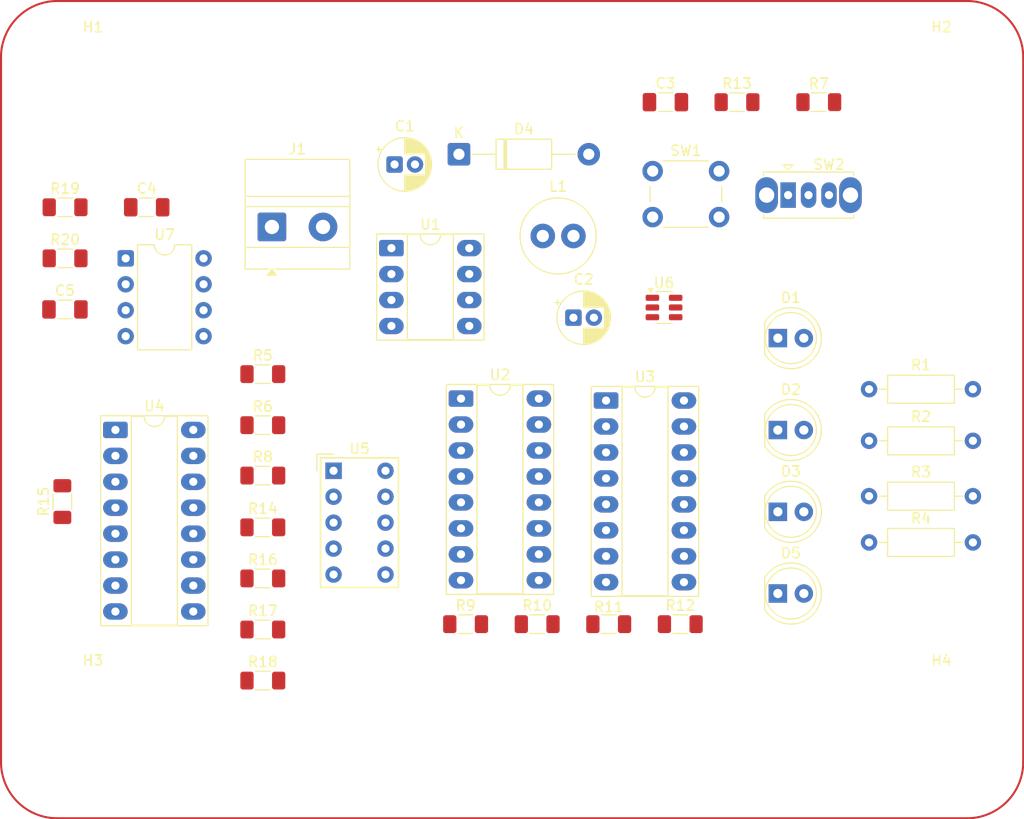
<source format=kicad_pcb>
(kicad_pcb (version 20241229) (generator "pcbnew") (generator_version "9.0")
  (layers (0 "F.Cu" signal) (2 "B.Cu" signal) (13 "F.Paste" user) (15 "B.Paste" user) (5 "F.SilkS" user "F.Silkscreen") (7 "B.SilkS" user "B.Silkscreen") (1 "F.Mask" user) (3 "B.Mask" user) (25 "Edge.Cuts" user))
  (net 0 "")
  (net 1 "GND")
  (net 2 "VD")
  (net 3 "+5V")
  (net 4 "Net-(SW2-C)")
  (net 5 "Net-(U7-THR)")
  (net 6 "Q0")
  (net 7 "Net-(D1-K)")
  (net 8 "Q1")
  (net 9 "Net-(D2-K)")
  (net 10 "Net-(D3-K)")
  (net 11 "Q2")
  (net 12 "Net-(D4-K)")
  (net 13 "Q3")
  (net 14 "Net-(D5-K)")
  (net 15 "Net-(U5-A)")
  (net 16 "Net-(U4-a)")
  (net 17 "Net-(U4-b)")
  (net 18 "Net-(U5-B)")
  (net 19 "Clock")
  (net 20 "Net-(U5-C)")
  (net 21 "Net-(U4-c)")
  (net 22 "Net-(U2A-J)")
  (net 23 "Net-(U2B-J)")
  (net 24 "Net-(U3A-J)")
  (net 25 "Net-(U3B-J)")
  (net 26 "Net-(R13-Pad1)")
  (net 27 "Net-(U5-D)")
  (net 28 "Net-(U4-d)")
  (net 29 "Net-(U4-BI)")
  (net 30 "Net-(U5-E)")
  (net 31 "Net-(U4-e)")
  (net 32 "Net-(U5-F)")
  (net 33 "Net-(U4-f)")
  (net 34 "Net-(U5-G)")
  (net 35 "Net-(U4-g)")
  (net 36 "Net-(U7-DIS)")
  (net 37 "555")
  (net 40 "Reset")
  (footprint "Package_DIP:DIP-16_W7.62mm_Socket_LongPads" (layer "F.Cu") (at 131.19 84.9825)
    (property "Reference" "U4" (at 3.81 -2.33 0) (layer "F.SilkS"))
    (property "Value" "74LS47")
    (pad "1" thru_hole roundrect (at 0 0) (size 2.4 1.6) (drill 0.8) (layers "*.Cu" "*.Mask") (roundrect_rratio 0.15625) (net 8 "Q1"))
    (pad "2" thru_hole oval (at 0 2.54) (size 2.4 1.6) (drill 0.8) (layers "*.Cu" "*.Mask") (net 11 "Q2"))
    (pad "3" thru_hole oval (at 0 5.08) (size 2.4 1.6) (drill 0.8) (layers "*.Cu" "*.Mask") (net 29 "Net-(U4-BI)"))
    (pad "4" thru_hole oval (at 0 7.62) (size 2.4 1.6) (drill 0.8) (layers "*.Cu" "*.Mask") (net 29 "Net-(U4-BI)"))
    (pad "5" thru_hole oval (at 0 10.16) (size 2.4 1.6) (drill 0.8) (layers "*.Cu" "*.Mask") (net 29 "Net-(U4-BI)"))
    (pad "6" thru_hole oval (at 0 12.7) (size 2.4 1.6) (drill 0.8) (layers "*.Cu" "*.Mask") (net 13 "Q3"))
    (pad "7" thru_hole oval (at 0 15.24) (size 2.4 1.6) (drill 0.8) (layers "*.Cu" "*.Mask") (net 6 "Q0"))
    (pad "8" thru_hole oval (at 0 17.78) (size 2.4 1.6) (drill 0.8) (layers "*.Cu" "*.Mask") (net 1 "GND"))
    (pad "9" thru_hole oval (at 7.62 17.78) (size 2.4 1.6) (drill 0.8) (layers "*.Cu" "*.Mask") (net 31 "Net-(U4-e)"))
    (pad "10" thru_hole oval (at 7.62 15.24) (size 2.4 1.6) (drill 0.8) (layers "*.Cu" "*.Mask") (net 28 "Net-(U4-d)"))
    (pad "11" thru_hole oval (at 7.62 12.7) (size 2.4 1.6) (drill 0.8) (layers "*.Cu" "*.Mask") (net 21 "Net-(U4-c)"))
    (pad "12" thru_hole oval (at 7.62 10.16) (size 2.4 1.6) (drill 0.8) (layers "*.Cu" "*.Mask") (net 17 "Net-(U4-b)"))
    (pad "13" thru_hole oval (at 7.62 7.62) (size 2.4 1.6) (drill 0.8) (layers "*.Cu" "*.Mask") (net 16 "Net-(U4-a)"))
    (pad "14" thru_hole oval (at 7.62 5.08) (size 2.4 1.6) (drill 0.8) (layers "*.Cu" "*.Mask") (net 35 "Net-(U4-g)"))
    (pad "15" thru_hole oval (at 7.62 2.54) (size 2.4 1.6) (drill 0.8) (layers "*.Cu" "*.Mask") (net 33 "Net-(U4-f)"))
    (pad "16" thru_hole oval (at 7.62 0) (size 2.4 1.6) (drill 0.8) (layers "*.Cu" "*.Mask") (net 3 "+5V"))
  )
  (footprint "Package_DIP:DIP-8_W7.62mm" (layer "F.Cu") (at 132.195 68.19)
    (property "Reference" "U7" (at 3.81 -2.33 0) (layer "F.SilkS"))
    (property "Value" "NE555P")
    (pad "1" thru_hole roundrect (at 0 0) (size 1.6 1.6) (drill 0.8) (layers "*.Cu" "*.Mask") (roundrect_rratio 0.15625) (net 1 "GND"))
    (pad "2" thru_hole circle (at 0 2.54) (size 1.6 1.6) (drill 0.8) (layers "*.Cu" "*.Mask") (net 5 "Net-(U7-THR)"))
    (pad "3" thru_hole circle (at 0 5.08) (size 1.6 1.6) (drill 0.8) (layers "*.Cu" "*.Mask") (net 37 "555"))
    (pad "4" thru_hole circle (at 0 7.62) (size 1.6 1.6) (drill 0.8) (layers "*.Cu" "*.Mask") (net 3 "+5V"))
    (pad "5" thru_hole circle (at 7.62 7.62) (size 1.6 1.6) (drill 0.8) (layers "*.Cu" "*.Mask"))
    (pad "6" thru_hole circle (at 7.62 5.08) (size 1.6 1.6) (drill 0.8) (layers "*.Cu" "*.Mask") (net 5 "Net-(U7-THR)"))
    (pad "7" thru_hole circle (at 7.62 2.54) (size 1.6 1.6) (drill 0.8) (layers "*.Cu" "*.Mask") (net 36 "Net-(U7-DIS)"))
    (pad "8" thru_hole circle (at 7.62 0) (size 1.6 1.6) (drill 0.8) (layers "*.Cu" "*.Mask") (net 3 "+5V"))
  )
  (footprint "Resistor_SMD:R_1206_3216Metric_Pad1.30x1.75mm_HandSolder" (layer "F.Cu") (at 165.45 104)
    (property "Reference" "R9" (at 0 -1.83 0) (layer "F.SilkS"))
    (property "Value" "10k")
    (pad "1" smd roundrect (at -1.55 0) (size 1.3 1.75) (layers "F.Cu" "F.Mask" "F.Paste") (roundrect_rratio 0.192308) (net 3 "+5V"))
    (pad "2" smd roundrect (at 1.55 0) (size 1.3 1.75) (layers "F.Cu" "F.Mask" "F.Paste") (roundrect_rratio 0.192308) (net 22 "Net-(U2A-J)"))
  )
  (footprint "LED_THT:LED_D5.0mm" (layer "F.Cu") (at 196 85)
    (property "Reference" "D2" (at 1.27 -3.96 0) (layer "F.SilkS"))
    (property "Value" "LED")
    (pad "1" thru_hole rect (at 0 0) (size 1.8 1.8) (drill 0.9) (layers "*.Cu" "*.Mask") (net 9 "Net-(D2-K)"))
    (pad "2" thru_hole circle (at 2.54 0) (size 1.8 1.8) (drill 0.9) (layers "*.Cu" "*.Mask") (net 8 "Q1"))
  )
  (footprint "Button_Switch_THT:SW_PUSH_6mm_H4.3mm" (layer "F.Cu") (at 183.75 59.65)
    (property "Reference" "SW1" (at 3.25 -2 0) (layer "F.SilkS"))
    (property "Value" "SW1")
    (pad "1" thru_hole circle (at 0 0 90) (size 2 2) (drill 1.1) (layers "*.Cu" "*.Mask") (net 1 "GND"))
    (pad "1" thru_hole circle (at 6.5 0 90) (size 2 2) (drill 1.1) (layers "*.Cu" "*.Mask") (net 1 "GND"))
    (pad "2" thru_hole circle (at 0 4.5 90) (size 2 2) (drill 1.1) (layers "*.Cu" "*.Mask") (net 26 "Net-(R13-Pad1)"))
    (pad "2" thru_hole circle (at 6.5 4.5 90) (size 2 2) (drill 1.1) (layers "*.Cu" "*.Mask") (net 26 "Net-(R13-Pad1)"))
  )
  (footprint "Inductor_THT:L_Radial_D7.2mm_P3.00mm_Murata_1700" (layer "F.Cu") (at 173 66)
    (property "Reference" "L1" (at 1.5 -4.85 0) (layer "F.SilkS"))
    (property "Value" "330u")
    (pad "1" thru_hole circle (at 0 0) (size 2.4 2.4) (drill 1.2) (layers "*.Cu" "*.Mask") (net 12 "Net-(D4-K)"))
    (pad "2" thru_hole circle (at 3 0) (size 2.4 2.4) (drill 1.2) (layers "*.Cu" "*.Mask") (net 3 "+5V"))
  )
  (footprint "MountingHole:MountingHole_5.5mm" (layer "F.Cu") (at 129 114)
    (property "Reference" "H3" (at 0 -6.45 0) (layer "F.SilkS"))
    (property "Value" "MountingHole")
    (pad "" np_thru_hole circle (at 0 0) (size 5.5 5.5) (drill 5.5) (layers "*.Cu" "*.Mask"))
  )
  (footprint "Package_DIP:DIP-16_W7.62mm_Socket_LongPads" (layer "F.Cu") (at 165 81.92)
    (property "Reference" "U2" (at 3.81 -2.33 0) (layer "F.SilkS"))
    (property "Value" "4027")
    (pad "1" thru_hole roundrect (at 0 0) (size 2.4 1.6) (drill 0.8) (layers "*.Cu" "*.Mask") (roundrect_rratio 0.15625) (net 6 "Q0"))
    (pad "2" thru_hole oval (at 0 2.54) (size 2.4 1.6) (drill 0.8) (layers "*.Cu" "*.Mask"))
    (pad "3" thru_hole oval (at 0 5.08) (size 2.4 1.6) (drill 0.8) (layers "*.Cu" "*.Mask") (net 19 "Clock"))
    (pad "4" thru_hole oval (at 0 7.62) (size 2.4 1.6) (drill 0.8) (layers "*.Cu" "*.Mask") (net 40 "Reset"))
    (pad "5" thru_hole oval (at 0 10.16) (size 2.4 1.6) (drill 0.8) (layers "*.Cu" "*.Mask") (net 22 "Net-(U2A-J)"))
    (pad "6" thru_hole oval (at 0 12.7) (size 2.4 1.6) (drill 0.8) (layers "*.Cu" "*.Mask") (net 22 "Net-(U2A-J)"))
    (pad "7" thru_hole oval (at 0 15.24) (size 2.4 1.6) (drill 0.8) (layers "*.Cu" "*.Mask") (net 1 "GND"))
    (pad "8" thru_hole oval (at 0 17.78) (size 2.4 1.6) (drill 0.8) (layers "*.Cu" "*.Mask") (net 1 "GND"))
    (pad "9" thru_hole oval (at 7.62 17.78) (size 2.4 1.6) (drill 0.8) (layers "*.Cu" "*.Mask") (net 1 "GND"))
    (pad "10" thru_hole oval (at 7.62 15.24) (size 2.4 1.6) (drill 0.8) (layers "*.Cu" "*.Mask") (net 23 "Net-(U2B-J)"))
    (pad "11" thru_hole oval (at 7.62 12.7) (size 2.4 1.6) (drill 0.8) (layers "*.Cu" "*.Mask") (net 23 "Net-(U2B-J)"))
    (pad "12" thru_hole oval (at 7.62 10.16) (size 2.4 1.6) (drill 0.8) (layers "*.Cu" "*.Mask") (net 40 "Reset"))
    (pad "13" thru_hole oval (at 7.62 7.62) (size 2.4 1.6) (drill 0.8) (layers "*.Cu" "*.Mask") (net 6 "Q0"))
    (pad "14" thru_hole oval (at 7.62 5.08) (size 2.4 1.6) (drill 0.8) (layers "*.Cu" "*.Mask"))
    (pad "15" thru_hole oval (at 7.62 2.54) (size 2.4 1.6) (drill 0.8) (layers "*.Cu" "*.Mask") (net 8 "Q1"))
    (pad "16" thru_hole oval (at 7.62 0) (size 2.4 1.6) (drill 0.8) (layers "*.Cu" "*.Mask") (net 3 "+5V"))
  )
  (footprint "Resistor_SMD:R_1206_3216Metric_Pad1.30x1.75mm_HandSolder" (layer "F.Cu") (at 126.265 68.19)
    (property "Reference" "R20" (at 0 -1.83 0) (layer "F.SilkS"))
    (property "Value" "47k")
    (pad "1" smd roundrect (at -1.55 0) (size 1.3 1.75) (layers "F.Cu" "F.Mask" "F.Paste") (roundrect_rratio 0.192308) (net 36 "Net-(U7-DIS)"))
    (pad "2" smd roundrect (at 1.55 0) (size 1.3 1.75) (layers "F.Cu" "F.Mask" "F.Paste") (roundrect_rratio 0.192308) (net 5 "Net-(U7-THR)"))
  )
  (footprint "Resistor_SMD:R_1206_3216Metric_Pad1.30x1.75mm_HandSolder" (layer "F.Cu") (at 145.6125 99.5225)
    (property "Reference" "R16" (at 0 -1.83 0) (layer "F.SilkS"))
    (property "Value" "2k")
    (pad "1" smd roundrect (at -1.55 0) (size 1.3 1.75) (layers "F.Cu" "F.Mask" "F.Paste") (roundrect_rratio 0.192308) (net 31 "Net-(U4-e)"))
    (pad "2" smd roundrect (at 1.55 0) (size 1.3 1.75) (layers "F.Cu" "F.Mask" "F.Paste") (roundrect_rratio 0.192308) (net 30 "Net-(U5-E)"))
  )
  (footprint "Resistor_THT:R_Axial_DIN0207_L6.3mm_D2.5mm_P10.16mm_Horizontal" (layer "F.Cu") (at 204.92 86.05)
    (property "Reference" "R2" (at 5.08 -2.37 0) (layer "F.SilkS"))
    (property "Value" "4k7")
    (pad "1" thru_hole circle (at 0 0) (size 1.6 1.6) (drill 0.8) (layers "*.Cu" "*.Mask") (net 9 "Net-(D2-K)"))
    (pad "2" thru_hole circle (at 10.16 0) (size 1.6 1.6) (drill 0.8) (layers "*.Cu" "*.Mask") (net 1 "GND"))
  )
  (footprint "Capacitor_THT:CP_Radial_D5.0mm_P2.00mm" (layer "F.Cu") (at 176 74)
    (property "Reference" "C2" (at 1 -3.75 0) (layer "F.SilkS"))
    (property "Value" "220u")
    (pad "1" thru_hole roundrect (at 0 0) (size 1.6 1.6) (drill 0.8) (layers "*.Cu" "*.Mask") (roundrect_rratio 0.15625) (net 3 "+5V"))
    (pad "2" thru_hole circle (at 2 0) (size 1.6 1.6) (drill 0.8) (layers "*.Cu" "*.Mask") (net 1 "GND"))
  )
  (footprint "Resistor_THT:R_Axial_DIN0207_L6.3mm_D2.5mm_P10.16mm_Horizontal" (layer "F.Cu") (at 204.92 81)
    (property "Reference" "R1" (at 5.08 -2.37 0) (layer "F.SilkS"))
    (property "Value" "4k7")
    (pad "1" thru_hole circle (at 0 0) (size 1.6 1.6) (drill 0.8) (layers "*.Cu" "*.Mask") (net 7 "Net-(D1-K)"))
    (pad "2" thru_hole circle (at 10.16 0) (size 1.6 1.6) (drill 0.8) (layers "*.Cu" "*.Mask") (net 1 "GND"))
  )
  (footprint "MountingHole:MountingHole_5.5mm" (layer "F.Cu") (at 129 52)
    (property "Reference" "H1" (at 0 -6.45 0) (layer "F.SilkS"))
    (property "Value" "MountingHole")
    (pad "" np_thru_hole circle (at 0 0) (size 5.5 5.5) (drill 5.5) (layers "*.Cu" "*.Mask"))
  )
  (footprint "Package_DIP:DIP-8_W7.62mm_Socket_LongPads" (layer "F.Cu") (at 158.19 67.19)
    (property "Reference" "U1" (at 3.81 -2.33 0) (layer "F.SilkS"))
    (property "Value" "LM2574N-5")
    (pad "1" thru_hole roundrect (at 0 0) (size 2.4 1.6) (drill 0.8) (layers "*.Cu" "*.Mask") (roundrect_rratio 0.15625) (net 3 "+5V"))
    (pad "2" thru_hole oval (at 0 2.54) (size 2.4 1.6) (drill 0.8) (layers "*.Cu" "*.Mask") (net 1 "GND"))
    (pad "3" thru_hole oval (at 0 5.08) (size 2.4 1.6) (drill 0.8) (layers "*.Cu" "*.Mask") (net 1 "GND"))
    (pad "4" thru_hole oval (at 0 7.62) (size 2.4 1.6) (drill 0.8) (layers "*.Cu" "*.Mask") (net 1 "GND"))
    (pad "5" thru_hole oval (at 7.62 7.62) (size 2.4 1.6) (drill 0.8) (layers "*.Cu" "*.Mask") (net 2 "VD"))
    (pad "6" thru_hole oval (at 7.62 5.08) (size 2.4 1.6) (drill 0.8) (layers "*.Cu" "*.Mask"))
    (pad "7" thru_hole oval (at 7.62 2.54) (size 2.4 1.6) (drill 0.8) (layers "*.Cu" "*.Mask") (net 12 "Net-(D4-K)"))
    (pad "8" thru_hole oval (at 7.62 0) (size 2.4 1.6) (drill 0.8) (layers "*.Cu" "*.Mask"))
  )
  (footprint "Capacitor_SMD:C_1206_3216Metric_Pad1.33x1.80mm_HandSolder" (layer "F.Cu") (at 126.2525 73.19)
    (property "Reference" "C5" (at 0 -1.85 0) (layer "F.SilkS"))
    (property "Value" "10u")
    (pad "1" smd roundrect (at -1.5625 0) (size 1.325 1.8) (layers "F.Cu" "F.Mask" "F.Paste") (roundrect_rratio 0.188679) (net 5 "Net-(U7-THR)"))
    (pad "2" smd roundrect (at 1.5625 0) (size 1.325 1.8) (layers "F.Cu" "F.Mask" "F.Paste") (roundrect_rratio 0.188679) (net 1 "GND"))
  )
  (footprint "LED_THT:LED_D5.0mm" (layer "F.Cu") (at 196 101)
    (property "Reference" "D5" (at 1.27 -3.96 0) (layer "F.SilkS"))
    (property "Value" "LED")
    (pad "1" thru_hole rect (at 0 0) (size 1.8 1.8) (drill 0.9) (layers "*.Cu" "*.Mask") (net 14 "Net-(D5-K)"))
    (pad "2" thru_hole circle (at 2.54 0) (size 1.8 1.8) (drill 0.9) (layers "*.Cu" "*.Mask") (net 13 "Q3"))
  )
  (footprint "Button_Switch_THT:SW_Slide_SPDT_Straight_CK_OS102011MS2Q" (layer "F.Cu") (at 197 62)
    (property "Reference" "SW2" (at 3.99 -2.99 0) (layer "F.SilkS"))
    (property "Value" "~")
    (pad "" thru_hole oval (at -2.1 0) (size 2.2 3.5) (drill 1.5) (layers "*.Cu" "*.Mask"))
    (pad "" thru_hole oval (at 6.1 0) (size 2.2 3.5) (drill 1.5) (layers "*.Cu" "*.Mask"))
    (pad "1" thru_hole rect (at 0 0) (size 1.5 2.5) (drill 0.8) (layers "*.Cu" "*.Mask") (net 19 "Clock"))
    (pad "2" thru_hole oval (at 2 0) (size 1.5 2.5) (drill 0.8) (layers "*.Cu" "*.Mask") (net 37 "555"))
    (pad "3" thru_hole oval (at 4 0) (size 1.5 2.5) (drill 0.8) (layers "*.Cu" "*.Mask") (net 4 "Net-(SW2-C)"))
  )
  (footprint "Resistor_SMD:R_1206_3216Metric_Pad1.30x1.75mm_HandSolder" (layer "F.Cu") (at 126 92 90)
    (property "Reference" "R15" (at 0 -1.83 90) (layer "F.SilkS"))
    (property "Value" "10k")
    (pad "1" smd roundrect (at -1.55 0 90) (size 1.3 1.75) (layers "F.Cu" "F.Mask" "F.Paste") (roundrect_rratio 0.192308) (net 3 "+5V"))
    (pad "2" smd roundrect (at 1.55 0 90) (size 1.3 1.75) (layers "F.Cu" "F.Mask" "F.Paste") (roundrect_rratio 0.192308) (net 29 "Net-(U4-BI)"))
  )
  (footprint "MountingHole:MountingHole_5.5mm" (layer "F.Cu") (at 212 114)
    (property "Reference" "H4" (at 0 -6.45 0) (layer "F.SilkS"))
    (property "Value" "MountingHole")
    (pad "" np_thru_hole circle (at 0 0) (size 5.5 5.5) (drill 5.5) (layers "*.Cu" "*.Mask"))
  )
  (footprint "MountingHole:MountingHole_5.5mm" (layer "F.Cu") (at 212 52)
    (property "Reference" "H2" (at 0 -6.45 0) (layer "F.SilkS"))
    (property "Value" "MountingHole")
    (pad "" np_thru_hole circle (at 0 0) (size 5.5 5.5) (drill 5.5) (layers "*.Cu" "*.Mask"))
  )
  (footprint "Resistor_SMD:R_1206_3216Metric_Pad1.30x1.75mm_HandSolder" (layer "F.Cu") (at 192 52.9)
    (property "Reference" "R13" (at 0 -1.83 0) (layer "F.SilkS"))
    (property "Value" "2k")
    (pad "1" smd roundrect (at -1.55 0) (size 1.3 1.75) (layers "F.Cu" "F.Mask" "F.Paste") (roundrect_rratio 0.192308) (net 26 "Net-(R13-Pad1)"))
    (pad "2" smd roundrect (at 1.55 0) (size 1.3 1.75) (layers "F.Cu" "F.Mask" "F.Paste") (roundrect_rratio 0.192308) (net 4 "Net-(SW2-C)"))
  )
  (footprint "LED_THT:LED_D5.0mm" (layer "F.Cu") (at 196 76)
    (property "Reference" "D1" (at 1.27 -3.96 0) (layer "F.SilkS"))
    (property "Value" "LED")
    (pad "1" thru_hole rect (at 0 0) (size 1.8 1.8) (drill 0.9) (layers "*.Cu" "*.Mask") (net 7 "Net-(D1-K)"))
    (pad "2" thru_hole circle (at 2.54 0) (size 1.8 1.8) (drill 0.9) (layers "*.Cu" "*.Mask") (net 6 "Q0"))
  )
  (footprint "Resistor_SMD:R_1206_3216Metric_Pad1.30x1.75mm_HandSolder" (layer "F.Cu") (at 145.6125 94.5225)
    (property "Reference" "R14" (at 0 -1.83 0) (layer "F.SilkS"))
    (property "Value" "2k")
    (pad "1" smd roundrect (at -1.55 0) (size 1.3 1.75) (layers "F.Cu" "F.Mask" "F.Paste") (roundrect_rratio 0.192308) (net 28 "Net-(U4-d)"))
    (pad "2" smd roundrect (at 1.55 0) (size 1.3 1.75) (layers "F.Cu" "F.Mask" "F.Paste") (roundrect_rratio 0.192308) (net 27 "Net-(U5-D)"))
  )
  (footprint "Resistor_THT:R_Axial_DIN0207_L6.3mm_D2.5mm_P10.16mm_Horizontal" (layer "F.Cu") (at 204.92 96)
    (property "Reference" "R4" (at 5.08 -2.37 0) (layer "F.SilkS"))
    (property "Value" "4k7")
    (pad "1" thru_hole circle (at 0 0) (size 1.6 1.6) (drill 0.8) (layers "*.Cu" "*.Mask") (net 14 "Net-(D5-K)"))
    (pad "2" thru_hole circle (at 10.16 0) (size 1.6 1.6) (drill 0.8) (layers "*.Cu" "*.Mask") (net 1 "GND"))
  )
  (footprint "Resistor_SMD:R_1206_3216Metric_Pad1.30x1.75mm_HandSolder" (layer "F.Cu") (at 145.6125 109.5225)
    (property "Reference" "R18" (at 0 -1.83 0) (layer "F.SilkS"))
    (property "Value" "2k")
    (pad "1" smd roundrect (at -1.55 0) (size 1.3 1.75) (layers "F.Cu" "F.Mask" "F.Paste") (roundrect_rratio 0.192308) (net 35 "Net-(U4-g)"))
    (pad "2" smd roundrect (at 1.55 0) (size 1.3 1.75) (layers "F.Cu" "F.Mask" "F.Paste") (roundrect_rratio 0.192308) (net 34 "Net-(U5-G)"))
  )
  (footprint "Capacitor_THT:CP_Radial_D5.0mm_P2.00mm" (layer "F.Cu") (at 158.5 59)
    (property "Reference" "C1" (at 1 -3.75 0) (layer "F.SilkS"))
    (property "Value" "22u")
    (pad "1" thru_hole roundrect (at 0 0) (size 1.6 1.6) (drill 0.8) (layers "*.Cu" "*.Mask") (roundrect_rratio 0.15625) (net 2 "VD"))
    (pad "2" thru_hole circle (at 2 0) (size 1.6 1.6) (drill 0.8) (layers "*.Cu" "*.Mask") (net 1 "GND"))
  )
  (footprint "Resistor_SMD:R_1206_3216Metric_Pad1.30x1.75mm_HandSolder" (layer "F.Cu") (at 145.6125 79.5225)
    (property "Reference" "R5" (at 0 -1.83 0) (layer "F.SilkS"))
    (property "Value" "2k")
    (pad "1" smd roundrect (at -1.55 0) (size 1.3 1.75) (layers "F.Cu" "F.Mask" "F.Paste") (roundrect_rratio 0.192308) (net 16 "Net-(U4-a)"))
    (pad "2" smd roundrect (at 1.55 0) (size 1.3 1.75) (layers "F.Cu" "F.Mask" "F.Paste") (roundrect_rratio 0.192308) (net 15 "Net-(U5-A)"))
  )
  (footprint "Capacitor_SMD:C_1206_3216Metric_Pad1.33x1.80mm_HandSolder" (layer "F.Cu") (at 134.2525 63.19)
    (property "Reference" "C4" (at 0 -1.85 0) (layer "F.SilkS"))
    (property "Value" "100u")
    (pad "1" smd roundrect (at -1.5625 0) (size 1.325 1.8) (layers "F.Cu" "F.Mask" "F.Paste") (roundrect_rratio 0.188679) (net 3 "+5V"))
    (pad "2" smd roundrect (at 1.5625 0) (size 1.325 1.8) (layers "F.Cu" "F.Mask" "F.Paste") (roundrect_rratio 0.188679) (net 1 "GND"))
  )
  (footprint "Resistor_SMD:R_1206_3216Metric_Pad1.30x1.75mm_HandSolder" (layer "F.Cu") (at 200 52.9)
    (property "Reference" "R7" (at 0 -1.83 0) (layer "F.SilkS"))
    (property "Value" "10")
    (pad "1" smd roundrect (at -1.55 0) (size 1.3 1.75) (layers "F.Cu" "F.Mask" "F.Paste") (roundrect_rratio 0.192308) (net 3 "+5V"))
    (pad "2" smd roundrect (at 1.55 0) (size 1.3 1.75) (layers "F.Cu" "F.Mask" "F.Paste") (roundrect_rratio 0.192308) (net 19 "Clock"))
  )
  (footprint "Resistor_THT:R_Axial_DIN0207_L6.3mm_D2.5mm_P10.16mm_Horizontal" (layer "F.Cu") (at 204.92 91.47)
    (property "Reference" "R3" (at 5.08 -2.37 0) (layer "F.SilkS"))
    (property "Value" "4k7")
    (pad "1" thru_hole circle (at 0 0) (size 1.6 1.6) (drill 0.8) (layers "*.Cu" "*.Mask") (net 10 "Net-(D3-K)"))
    (pad "2" thru_hole circle (at 10.16 0) (size 1.6 1.6) (drill 0.8) (layers "*.Cu" "*.Mask") (net 1 "GND"))
  )
  (footprint "Resistor_SMD:R_1206_3216Metric_Pad1.30x1.75mm_HandSolder" (layer "F.Cu") (at 172.45 104)
    (property "Reference" "R10" (at 0 -1.83 0) (layer "F.SilkS"))
    (property "Value" "10k")
    (pad "1" smd roundrect (at -1.55 0) (size 1.3 1.75) (layers "F.Cu" "F.Mask" "F.Paste") (roundrect_rratio 0.192308) (net 3 "+5V"))
    (pad "2" smd roundrect (at 1.55 0) (size 1.3 1.75) (layers "F.Cu" "F.Mask" "F.Paste") (roundrect_rratio 0.192308) (net 23 "Net-(U2B-J)"))
  )
  (footprint "Resistor_SMD:R_1206_3216Metric_Pad1.30x1.75mm_HandSolder" (layer "F.Cu") (at 126.265 63.19)
    (property "Reference" "R19" (at 0 -1.83 0) (layer "F.SilkS"))
    (property "Value" "47k")
    (pad "1" smd roundrect (at -1.55 0) (size 1.3 1.75) (layers "F.Cu" "F.Mask" "F.Paste") (roundrect_rratio 0.192308) (net 3 "+5V"))
    (pad "2" smd roundrect (at 1.55 0) (size 1.3 1.75) (layers "F.Cu" "F.Mask" "F.Paste") (roundrect_rratio 0.192308) (net 36 "Net-(U7-DIS)"))
  )
  (footprint "Resistor_SMD:R_1206_3216Metric_Pad1.30x1.75mm_HandSolder" (layer "F.Cu") (at 145.6125 89.4525)
    (property "Reference" "R8" (at 0 -1.83 0) (layer "F.SilkS"))
    (property "Value" "2k")
    (pad "1" smd roundrect (at -1.55 0) (size 1.3 1.75) (layers "F.Cu" "F.Mask" "F.Paste") (roundrect_rratio 0.192308) (net 21 "Net-(U4-c)"))
    (pad "2" smd roundrect (at 1.55 0) (size 1.3 1.75) (layers "F.Cu" "F.Mask" "F.Paste") (roundrect_rratio 0.192308) (net 20 "Net-(U5-C)"))
  )
  (footprint "Resistor_SMD:R_1206_3216Metric_Pad1.30x1.75mm_HandSolder" (layer "F.Cu") (at 145.6125 84.5225)
    (property "Reference" "R6" (at 0 -1.83 0) (layer "F.SilkS"))
    (property "Value" "2k")
    (pad "1" smd roundrect (at -1.55 0) (size 1.3 1.75) (layers "F.Cu" "F.Mask" "F.Paste") (roundrect_rratio 0.192308) (net 17 "Net-(U4-b)"))
    (pad "2" smd roundrect (at 1.55 0) (size 1.3 1.75) (layers "F.Cu" "F.Mask" "F.Paste") (roundrect_rratio 0.192308) (net 18 "Net-(U5-B)"))
  )
  (footprint "Resistor_SMD:R_1206_3216Metric_Pad1.30x1.75mm_HandSolder" (layer "F.Cu") (at 179.45 104)
    (property "Reference" "R11" (at 0 -1.69 0) (layer "F.SilkS"))
    (property "Value" "10k")
    (pad "1" smd roundrect (at -1.55 0) (size 1.3 1.75) (layers "F.Cu" "F.Mask" "F.Paste") (roundrect_rratio 0.192308) (net 3 "+5V"))
    (pad "2" smd roundrect (at 1.55 0) (size 1.3 1.75) (layers "F.Cu" "F.Mask" "F.Paste") (roundrect_rratio 0.192308) (net 24 "Net-(U3A-J)"))
  )
  (footprint "Display_7Segment:HDSP-7401" (layer "F.Cu") (at 152.5325 88.9825)
    (property "Reference" "U5" (at 2.54 -2.159 0) (layer "F.SilkS"))
    (property "Value" "HDSP-7401")
    (pad "1" thru_hole rect (at 0 0) (size 1.6 1.6) (drill 0.8) (layers "*.Cu" "*.Mask") (net 3 "+5V"))
    (pad "2" thru_hole circle (at 0 2.54) (size 1.6 1.6) (drill 0.8) (layers "*.Cu" "*.Mask") (net 32 "Net-(U5-F)"))
    (pad "3" thru_hole circle (at 0 5.08) (size 1.6 1.6) (drill 0.8) (layers "*.Cu" "*.Mask") (net 34 "Net-(U5-G)"))
    (pad "4" thru_hole circle (at 0 7.62) (size 1.6 1.6) (drill 0.8) (layers "*.Cu" "*.Mask") (net 30 "Net-(U5-E)"))
    (pad "5" thru_hole circle (at 0 10.16) (size 1.6 1.6) (drill 0.8) (layers "*.Cu" "*.Mask") (net 27 "Net-(U5-D)"))
    (pad "6" thru_hole circle (at 5.08 10.16) (size 1.6 1.6) (drill 0.8) (layers "*.Cu" "*.Mask") (net 3 "+5V"))
    (pad "7" thru_hole circle (at 5.08 7.62) (size 1.6 1.6) (drill 0.8) (layers "*.Cu" "*.Mask"))
    (pad "8" thru_hole circle (at 5.08 5.08) (size 1.6 1.6) (drill 0.8) (layers "*.Cu" "*.Mask") (net 20 "Net-(U5-C)"))
    (pad "9" thru_hole circle (at 5.08 2.54) (size 1.6 1.6) (drill 0.8) (layers "*.Cu" "*.Mask") (net 18 "Net-(U5-B)"))
    (pad "10" thru_hole circle (at 5.08 0) (size 1.6 1.6) (drill 0.8) (layers "*.Cu" "*.Mask") (net 15 "Net-(U5-A)"))
  )
  (footprint "Capacitor_SMD:C_1206_3216Metric_Pad1.33x1.80mm_HandSolder" (layer "F.Cu") (at 185 52.9)
    (property "Reference" "C3" (at 0 -1.85 0) (layer "F.SilkS"))
    (property "Value" "100u")
    (pad "1" smd roundrect (at -1.5625 0) (size 1.325 1.8) (layers "F.Cu" "F.Mask" "F.Paste") (roundrect_rratio 0.188679) (net 1 "GND"))
    (pad "2" smd roundrect (at 1.5625 0) (size 1.325 1.8) (layers "F.Cu" "F.Mask" "F.Paste") (roundrect_rratio 0.188679) (net 4 "Net-(SW2-C)"))
  )
  (footprint "Diode_THT:D_DO-41_SOD81_P12.70mm_Horizontal" (layer "F.Cu") (at 164.8 58)
    (property "Reference" "D4" (at 6.35 -2.47 0) (layer "F.SilkS"))
    (property "Value" "11DQ06")
    (fp_text user "K" (at 0 -2.1 0) (layer "F.SilkS"))
    (pad "1" thru_hole roundrect (at 0 0) (size 2.2 2.2) (drill 1.1) (layers "*.Cu" "*.Mask") (roundrect_rratio 0.113636) (net 12 "Net-(D4-K)"))
    (pad "2" thru_hole circle (at 12.7 0) (size 2.2 2.2) (drill 1.1) (layers "*.Cu" "*.Mask") (net 1 "GND"))
  )
  (footprint "Resistor_SMD:R_1206_3216Metric_Pad1.30x1.75mm_HandSolder" (layer "F.Cu") (at 186.45 104)
    (property "Reference" "R12" (at 0 -1.83 0) (layer "F.SilkS"))
    (property "Value" "10k")
    (pad "1" smd roundrect (at -1.55 0) (size 1.3 1.75) (layers "F.Cu" "F.Mask" "F.Paste") (roundrect_rratio 0.192308) (net 3 "+5V"))
    (pad "2" smd roundrect (at 1.55 0) (size 1.3 1.75) (layers "F.Cu" "F.Mask" "F.Paste") (roundrect_rratio 0.192308) (net 25 "Net-(U3B-J)"))
  )
  (footprint "LED_THT:LED_D5.0mm" (layer "F.Cu") (at 196 93)
    (property "Reference" "D3" (at 1.27 -3.96 0) (layer "F.SilkS"))
    (property "Value" "LED")
    (pad "1" thru_hole rect (at 0 0) (size 1.8 1.8) (drill 0.9) (layers "*.Cu" "*.Mask") (net 10 "Net-(D3-K)"))
    (pad "2" thru_hole circle (at 2.54 0) (size 1.8 1.8) (drill 0.9) (layers "*.Cu" "*.Mask") (net 11 "Q2"))
  )
  (footprint "Package_DIP:DIP-16_W7.62mm_Socket_LongPads" (layer "F.Cu") (at 179.19 82.11)
    (property "Reference" "U3" (at 3.81 -2.33 0) (layer "F.SilkS"))
    (property "Value" "4027")
    (pad "1" thru_hole roundrect (at 0 0) (size 2.4 1.6) (drill 0.8) (layers "*.Cu" "*.Mask") (roundrect_rratio 0.15625) (net 11 "Q2"))
    (pad "2" thru_hole oval (at 0 2.54) (size 2.4 1.6) (drill 0.8) (layers "*.Cu" "*.Mask"))
    (pad "3" thru_hole oval (at 0 5.08) (size 2.4 1.6) (drill 0.8) (layers "*.Cu" "*.Mask") (net 8 "Q1"))
    (pad "4" thru_hole oval (at 0 7.62) (size 2.4 1.6) (drill 0.8) (layers "*.Cu" "*.Mask") (net 40 "Reset"))
    (pad "5" thru_hole oval (at 0 10.16) (size 2.4 1.6) (drill 0.8) (layers "*.Cu" "*.Mask") (net 24 "Net-(U3A-J)"))
    (pad "6" thru_hole oval (at 0 12.7) (size 2.4 1.6) (drill 0.8) (layers "*.Cu" "*.Mask") (net 24 "Net-(U3A-J)"))
    (pad "7" thru_hole oval (at 0 15.24) (size 2.4 1.6) (drill 0.8) (layers "*.Cu" "*.Mask") (net 1 "GND"))
    (pad "8" thru_hole oval (at 0 17.78) (size 2.4 1.6) (drill 0.8) (layers "*.Cu" "*.Mask") (net 1 "GND"))
    (pad "9" thru_hole oval (at 7.62 17.78) (size 2.4 1.6) (drill 0.8) (layers "*.Cu" "*.Mask") (net 1 "GND"))
    (pad "10" thru_hole oval (at 7.62 15.24) (size 2.4 1.6) (drill 0.8) (layers "*.Cu" "*.Mask") (net 25 "Net-(U3B-J)"))
    (pad "11" thru_hole oval (at 7.62 12.7) (size 2.4 1.6) (drill 0.8) (layers "*.Cu" "*.Mask") (net 25 "Net-(U3B-J)"))
    (pad "12" thru_hole oval (at 7.62 10.16) (size 2.4 1.6) (drill 0.8) (layers "*.Cu" "*.Mask") (net 40 "Reset"))
    (pad "13" thru_hole oval (at 7.62 7.62) (size 2.4 1.6) (drill 0.8) (layers "*.Cu" "*.Mask") (net 11 "Q2"))
    (pad "14" thru_hole oval (at 7.62 5.08) (size 2.4 1.6) (drill 0.8) (layers "*.Cu" "*.Mask"))
    (pad "15" thru_hole oval (at 7.62 2.54) (size 2.4 1.6) (drill 0.8) (layers "*.Cu" "*.Mask") (net 13 "Q3"))
    (pad "16" thru_hole oval (at 7.62 0) (size 2.4 1.6) (drill 0.8) (layers "*.Cu" "*.Mask") (net 3 "+5V"))
  )
  (footprint "TerminalBlock_MetzConnect:TerminalBlock_MetzConnect_Type011_RT05502HBLC_1x02_P5.00mm_Horizontal" (layer "F.Cu") (at 146.5 65.1175)
    (property "Reference" "J1" (at 2.5 -7.62 0) (layer "F.SilkS"))
    (property "Value" "~")
    (pad "1" thru_hole roundrect (at 0 0) (size 2.8 2.8) (drill 1.4) (layers "*.Cu" "*.Mask") (roundrect_rratio 0.089286) (net 1 "GND"))
    (pad "2" thru_hole circle (at 5 0) (size 2.8 2.8) (drill 1.4) (layers "*.Cu" "*.Mask") (net 2 "VD"))
  )
  (footprint "Resistor_SMD:R_1206_3216Metric_Pad1.30x1.75mm_HandSolder" (layer "F.Cu") (at 145.6125 104.5225)
    (property "Reference" "R17" (at 0 -1.83 0) (layer "F.SilkS"))
    (property "Value" "2k")
    (pad "1" smd roundrect (at -1.55 0) (size 1.3 1.75) (layers "F.Cu" "F.Mask" "F.Paste") (roundrect_rratio 0.192308) (net 33 "Net-(U4-f)"))
    (pad "2" smd roundrect (at 1.55 0) (size 1.3 1.75) (layers "F.Cu" "F.Mask" "F.Paste") (roundrect_rratio 0.192308) (net 32 "Net-(U5-F)"))
  )
  (footprint "Package_TO_SOT_SMD:SOT-23-6" (layer "F.Cu") (at 184.8625 73)
    (property "Reference" "U6" (at 0 -2.4 0) (layer "F.SilkS"))
    (property "Value" "74lLVC1G11")
    (pad "1" smd roundrect (at -1.1375 -0.95) (size 1.325 0.6) (layers "F.Cu" "F.Mask" "F.Paste") (net 13 "Q3"))
    (pad "2" smd roundrect (at -1.1375 0) (size 1.325 0.6) (layers "F.Cu" "F.Mask" "F.Paste") (net 1 "GND"))
    (pad "3" smd roundrect (at -1.1375 0.95) (size 1.325 0.6) (layers "F.Cu" "F.Mask" "F.Paste") (net 19 "Clock"))
    (pad "4" smd roundrect (at 1.1375 0.95) (size 1.325 0.6) (layers "F.Cu" "F.Mask" "F.Paste") (net 40 "Reset"))
    (pad "5" smd roundrect (at 1.1375 0) (size 1.325 0.6) (layers "F.Cu" "F.Mask" "F.Paste") (net 3 "+5V"))
    (pad "6" smd roundrect (at 1.1375 -0.95) (size 1.325 0.6) (layers "F.Cu" "F.Mask" "F.Paste") (net 8 "Q1"))
  )
  (gr_line (start 125.5 43) (end 214.5 43) (stroke (width 0.2)) (layer "F.Cu"))
  (gr_line (start 120 117.5) (end 120 48.5) (stroke (width 0.2)) (layer "F.Cu"))
  (gr_line (start 214.5 123) (end 125.5 123) (stroke (width 0.2)) (layer "F.Cu"))
  (gr_arc (start 125.5 123) (mid 121.610913 121.389087) (end 120 117.5) (stroke (width 0.2)) (layer "F.Cu"))
  (gr_arc (start 120 48.5) (mid 121.610913 44.610913) (end 125.5 43) (stroke (width 0.2)) (layer "F.Cu"))
  (gr_arc (start 214.5 43) (mid 218.389087 44.610913) (end 220 48.5) (stroke (width 0.2)) (layer "F.Cu"))
  (gr_line (start 220 48.5) (end 220 117.5) (stroke (width 0.2)) (layer "F.Cu"))
  (gr_arc (start 220 117.5) (mid 218.389087 121.389087) (end 214.5 123) (stroke (width 0.2)) (layer "F.Cu"))
)
</source>
